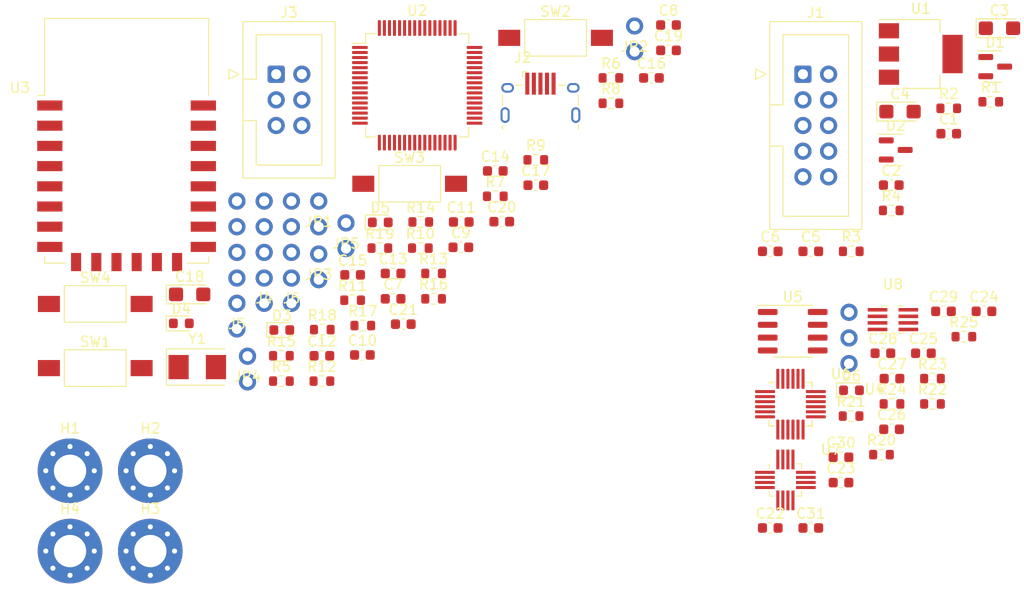
<source format=kicad_pcb>
(kicad_pcb (version 20211014) (generator pcbnew)
  (layers (0 "F.Cu" signal) (31 "B.Cu" signal) (34 "B.Paste" user) (35 "F.Paste" user) (36 "B.SilkS" user "B.Silkscreen") (37 "F.SilkS" user "F.Silkscreen") (38 "B.Mask" user) (39 "F.Mask" user) (44 "Edge.Cuts" user))
  (net 0 "")
  (net 1 "/power/V_FILTER")
  (net 2 "GND")
  (net 3 "+5V")
  (net 4 "+3.3V")
  (net 5 "/power/I_FILTER")
  (net 6 "/ucontroller/RESET")
  (net 7 "/ucontroller/BOOT0")
  (net 8 "/ucontroller/VCAP1")
  (net 9 "/ucontroller/PH0")
  (net 10 "/ucontroller/PH1")
  (net 11 "+3V3")
  (net 12 "/sensors/MAG_SETP")
  (net 13 "/sensors/MAG_SETC")
  (net 14 "/sensors/MAG_C1")
  (net 15 "/sensors/IMU_REGOUT")
  (net 16 "/sensors/IMU_CPOUT")
  (net 17 "/power/V_SENSE")
  (net 18 "/power/I_SENSE")
  (net 19 "Net-(D3-Pad2)")
  (net 20 "Net-(D4-Pad2)")
  (net 21 "Net-(D5-Pad2)")
  (net 22 "Net-(D6-Pad1)")
  (net 23 "/power/PWM_THROTTLE")
  (net 24 "/power/PWM_SERVO1")
  (net 25 "/power/PWM_SERVO2")
  (net 26 "/power/PWM_SERVO3")
  (net 27 "/power/PWM_SERVO4")
  (net 28 "/power/BATT_I_SENSE")
  (net 30 "/power/BATT_V_SENSE")
  (net 31 "/ucontroller/USB_D-")
  (net 32 "/ucontroller/USB_D+")
  (net 35 "/ucontroller/VLX_XSHUT")
  (net 36 "/ucontroller/VLX_INT")
  (net 37 "/ucontroller/VLX_I2C3_SDA")
  (net 38 "/ucontroller/VLX_I2C3_SCL")
  (net 39 "/ucontroller/SWCLK")
  (net 40 "/ucontroller/SWDIO")
  (net 41 "/ucontroller/PA0")
  (net 42 "/ucontroller/UART2_TX")
  (net 43 "/ucontroller/UART2_RX")
  (net 44 "/ucontroller/PA1")
  (net 45 "/ucontroller/SPI3_MISO")
  (net 46 "/ucontroller/SPI3_MOSI")
  (net 47 "/ucontroller/SPI3_SCK")
  (net 48 "/ucontroller/ESP_GPIO1_TXD0")
  (net 49 "/ucontroller/ESP_UART1_RX")
  (net 50 "/ucontroller/ESP_GPIO3_RXD0")
  (net 51 "/ucontroller/ESP_UART1_TX")
  (net 52 "/ucontroller/ESP_GPIO0")
  (net 53 "/ucontroller/ESP_GPIO2")
  (net 54 "/ucontroller/ESP_GPIO12")
  (net 55 "Net-(R6-Pad1)")
  (net 56 "/ucontroller/ESP_RST")
  (net 57 "/ucontroller/ESP_EN")
  (net 58 "/sensors/I2C_SCL")
  (net 59 "/sensors/I2C_SDA")
  (net 60 "/ucontroller/ESP_GPIO15_CS_TXD2")
  (net 61 "/ucontroller/LED_R")
  (net 62 "/ucontroller/LED_G")
  (net 63 "/ucontroller/LED_B")
  (net 64 "Net-(R20-Pad1)")
  (net 65 "/sensors/HALL")
  (net 66 "/sensors/HALL_REF")
  (net 67 "/sensors/HALL_OUT")
  (net 80 "/sensors/IMU_INT")
  (net 84 "/sensors/MAG_INT")
  (footprint "Capacitor_SMD:C_0603_1608Metric" (layer "F.Cu") (at 172.83 127.94)
    (fp_text reference "C22" (at 0 -1.43) (layer "F.SilkS"))
    (fp_text value "100n")
    (pad "1" smd roundrect (at -0.775 0) (size 0.9 0.95) (layers "F.Cu" "F.Paste" "F.Mask") (net 11 "+3V3"))
    (pad "2" smd roundrect (at 0.775 0) (size 0.9 0.95) (layers "F.Cu" "F.Paste" "F.Mask") (net 2 "GND"))
  )
  (footprint "Resistor_SMD:R_0603_1608Metric" (layer "F.Cu") (at 131.47 105.39)
    (fp_text reference "R11" (at 0 -1.43) (layer "F.SilkS"))
    (fp_text value "4k7")
    (pad "1" smd roundrect (at -0.825 0) (size 0.8 0.95) (layers "F.Cu" "F.Paste" "F.Mask") (net 4 "+3.3V"))
    (pad "2" smd roundrect (at 0.825 0) (size 0.8 0.95) (layers "F.Cu" "F.Paste" "F.Mask") (net 53 "/ucontroller/ESP_GPIO2"))
  )
  (footprint "goose:tht_pin_01x05" (layer "F.Cu") (at 122.715 105.695)
    (fp_text reference "J4" (at 0 -0.5 unlocked) (layer "F.SilkS"))
    (fp_text value "Conn_01x05")
    (pad "1" thru_hole circle (at 0 -10.12) (size 1.7 1.7) (drill 1) (layers *.Cu *.Mask) (net 6 "/ucontroller/RESET"))
    (pad "2" thru_hole circle (at 0 -7.58) (size 1.7 1.7) (drill 1) (layers *.Cu *.Mask) (net 39 "/ucontroller/SWCLK"))
    (pad "3" thru_hole circle (at 0 -5.04) (size 1.7 1.7) (drill 1) (layers *.Cu *.Mask) (net 40 "/ucontroller/SWDIO"))
    (pad "4" thru_hole circle (at 0 -2.5) (size 1.7 1.7) (drill 1) (layers *.Cu *.Mask) (net 2 "GND"))
    (pad "5" thru_hole circle (at 0 0) (size 1.7 1.7) (drill 1) (layers *.Cu *.Mask) (net 4 "+3.3V"))
  )
  (footprint "Resistor_SMD:R_0603_1608Metric" (layer "F.Cu") (at 128.47 108.3)
    (fp_text reference "R18" (at 0 -1.43) (layer "F.SilkS"))
    (fp_text value "1k")
    (pad "1" smd roundrect (at -0.825 0) (size 0.8 0.95) (layers "F.Cu" "F.Paste" "F.Mask") (net 20 "Net-(D4-Pad2)"))
    (pad "2" smd roundrect (at 0.825 0) (size 0.8 0.95) (layers "F.Cu" "F.Paste" "F.Mask") (net 62 "/ucontroller/LED_G"))
  )
  (footprint "Resistor_SMD:R_0603_1608Metric" (layer "F.Cu") (at 157.05 85.89)
    (fp_text reference "R8" (at 0 -1.43) (layer "F.SilkS"))
    (fp_text value "4k7")
    (pad "1" smd roundrect (at -0.825 0) (size 0.8 0.95) (layers "F.Cu" "F.Paste" "F.Mask") (net 4 "+3.3V"))
    (pad "2" smd roundrect (at 0.825 0) (size 0.8 0.95) (layers "F.Cu" "F.Paste" "F.Mask") (net 38 "/ucontroller/VLX_I2C3_SCL"))
  )
  (footprint "Capacitor_SMD:C_0603_1608Metric" (layer "F.Cu") (at 172.83 100.55)
    (fp_text reference "C6" (at 0 -1.43) (layer "F.SilkS"))
    (fp_text value "100n")
    (pad "1" smd roundrect (at -0.775 0) (size 0.9 0.95) (layers "F.Cu" "F.Paste" "F.Mask") (net 5 "/power/I_FILTER"))
    (pad "2" smd roundrect (at 0.775 0) (size 0.9 0.95) (layers "F.Cu" "F.Paste" "F.Mask") (net 2 "GND"))
  )
  (footprint "Capacitor_SMD:C_0603_1608Metric" (layer "F.Cu") (at 183.98 110.64)
    (fp_text reference "C28" (at 0 -1.43) (layer "F.SilkS"))
    (fp_text value "220n")
    (pad "1" smd roundrect (at -0.775 0) (size 0.9 0.95) (layers "F.Cu" "F.Paste" "F.Mask") (net 12 "/sensors/MAG_SETP"))
    (pad "2" smd roundrect (at 0.775 0) (size 0.9 0.95) (layers "F.Cu" "F.Paste" "F.Mask") (net 13 "/sensors/MAG_SETC"))
  )
  (footprint "Resistor_SMD:R_0603_1608Metric" (layer "F.Cu") (at 149.61 91.49)
    (fp_text reference "R9" (at 0 -1.43) (layer "F.SilkS"))
    (fp_text value "4k7")
    (pad "1" smd roundrect (at -0.825 0) (size 0.8 0.95) (layers "F.Cu" "F.Paste" "F.Mask") (net 4 "+3.3V"))
    (pad "2" smd roundrect (at 0.825 0) (size 0.8 0.95) (layers "F.Cu" "F.Paste" "F.Mask") (net 56 "/ucontroller/ESP_RST"))
  )
  (footprint "Package_TO_SOT_SMD:SOT-23" (layer "F.Cu") (at 185.25 90.51)
    (fp_text reference "D2" (at 0 -2.4) (layer "F.SilkS"))
    (fp_text value "BAT54S")
    (pad "1" smd roundrect (at -0.9375 -0.95) (size 1.475 0.6) (layers "F.Cu" "F.Paste" "F.Mask") (net 2 "GND"))
    (pad "2" smd roundrect (at -0.9375 0.95) (size 1.475 0.6) (layers "F.Cu" "F.Paste" "F.Mask") (net 4 "+3.3V"))
    (pad "3" smd roundrect (at 0.9375 0) (size 1.475 0.6) (layers "F.Cu" "F.Paste" "F.Mask") (net 18 "/power/I_SENSE"))
  )
  (footprint "Capacitor_SMD:C_0603_1608Metric" (layer "F.Cu") (at 136.49 107.76)
    (fp_text reference "C21" (at 0 -1.43) (layer "F.SilkS"))
    (fp_text value "22p")
    (pad "1" smd roundrect (at -0.775 0) (size 0.9 0.95) (layers "F.Cu" "F.Paste" "F.Mask") (net 10 "/ucontroller/PH1"))
    (pad "2" smd roundrect (at 0.775 0) (size 0.9 0.95) (layers "F.Cu" "F.Paste" "F.Mask") (net 2 "GND"))
  )
  (footprint "Package_QFP:LQFP-64_10x10mm_P0.5mm" (layer "F.Cu") (at 137.87 84.11)
    (fp_text reference "U2" (at 0 -7.4) (layer "F.SilkS"))
    (fp_text value "STM32F411RETx")
    (pad "1" smd roundrect (at -5.675 -3.75) (size 1.55 0.3) (layers "F.Cu" "F.Paste" "F.Mask") (net 4 "+3.3V"))
    (pad "2" smd roundrect (at -5.675 -3.25) (size 1.55 0.3) (layers "F.Cu" "F.Paste" "F.Mask") (net 35 "/ucontroller/VLX_XSHUT"))
    (pad "3" smd roundrect (at -5.675 -2.75) (size 1.55 0.3) (layers "F.Cu" "F.Paste" "F.Mask") (net 36 "/ucontroller/VLX_INT"))
    (pad "4" smd roundrect (at -5.675 -2.25) (size 1.55 0.3) (layers "F.Cu" "F.Paste" "F.Mask"))
    (pad "5" smd roundrect (at -5.675 -1.75) (size 1.55 0.3) (layers "F.Cu" "F.Paste" "F.Mask") (net 9 "/ucontroller/PH0"))
    (pad "6" smd roundrect (at -5.675 -1.25) (size 1.55 0.3) (layers "F.Cu" "F.Paste" "F.Mask") (net 10 "/ucontroller/PH1"))
    (pad "7" smd roundrect (at -5.675 -0.75) (size 1.55 0.3) (layers "F.Cu" "F.Paste" "F.Mask") (net 6 "/ucontroller/RESET"))
    (pad "8" smd roundrect (at -5.675 -0.25) (size 1.55 0.3) (layers "F.Cu" "F.Paste" "F.Mask"))
    (pad "9" smd roundrect (at -5.675 0.25) (size 1.55 0.3) (layers "F.Cu" "F.Paste" "F.Mask"))
    (pad "10" smd roundrect (at -5.675 0.75) (size 1.55 0.3) (layers "F.Cu" "F.Paste" "F.Mask"))
    (pad "11" smd roundrect (at -5.675 1.25) (size 1.55 0.3) (layers "F.Cu" "F.Paste" "F.Mask"))
    (pad "12" smd roundrect (at -5.675 1.75) (size 1.55 0.3) (layers "F.Cu" "F.Paste" "F.Mask") (net 2 "GND"))
    (pad "13" smd roundrect (at -5.675 2.25) (size 1.55 0.3) (layers "F.Cu" "F.Paste" "F.Mask") (net 4 "+3.3V"))
    (pad "14" smd roundrect (at -5.675 2.75) (size 1.55 0.3) (layers "F.Cu" "F.Paste" "F.Mask") (net 41 "/ucontroller/PA0"))
    (pad "15" smd roundrect (at -5.675 3.25) (size 1.55 0.3) (layers "F.Cu" "F.Paste" "F.Mask") (net 44 "/ucontroller/PA1"))
    (pad "16" smd roundrect (at -5.675 3.75) (size 1.55 0.3) (layers "F.Cu" "F.Paste" "F.Mask") (net 42 "/ucontroller/UART2_TX"))
    (pad "17" smd roundrect (at -3.75 5.675) (size 0.3 1.55) (layers "F.Cu" "F.Paste" "F.Mask") (net 43 "/ucontroller/UART2_RX"))
    (pad "18" smd roundrect (at -3.25 5.675) (size 0.3 1.55) (layers "F.Cu" "F.Paste" "F.Mask") (net 2 "GND"))
    (pad "19" smd roundrect (at -2.75 5.675) (size 0.3 1.55) (layers "F.Cu" "F.Paste" "F.Mask") (net 4 "+3.3V"))
    (pad "20" smd roundrect (at -2.25 5.675) (size 0.3 1.55) (layers "F.Cu" "F.Paste" "F.Mask"))
    (pad "21" smd roundrect (at -1.75 5.675) (size 0.3 1.55) (layers "F.Cu" "F.Paste" "F.Mask") (net 65 "/sensors/HALL"))
    (pad "22" smd roundrect (at -1.25 5.675) (size 0.3 1.55) (layers "F.Cu" "F.Paste" "F.Mask"))
    (pad "23" smd roundrect (at -0.75 5.675) (size 0.3 1.55) (layers "F.Cu" "F.Paste" "F.Mask"))
    (pad "24" smd roundrect (at -0.25 5.675) (size 0.3 1.55) (layers "F.Cu" "F.Paste" "F.Mask") (net 1 "/power/V_FILTER"))
    (pad "25" smd roundrect (at 0.25 5.675) (size 0.3 1.55) (layers "F.Cu" "F.Paste" "F.Mask") (net 5 "/power/I_FILTER"))
    (pad "26" smd roundrect (at 0.75 5.675) (size 0.3 1.55) (layers "F.Cu" "F.Paste" "F.Mask") (net 26 "/power/PWM_SERVO3"))
    (pad "27" smd roundrect (at 1.25 5.675) (size 0.3 1.55) (layers "F.Cu" "F.Paste" "F.Mask") (net 27 "/power/PWM_SERVO4"))
    (pad "28" smd roundrect (at 1.75 5.675) (size 0.3 1.55) (layers "F.Cu" "F.Paste" "F.Mask") (net 2 "GND"))
    (pad "29" smd roundrect (at 2.25 5.675) (size 0.3 1.55) (layers "F.Cu" "F.Paste" "F.Mask") (net 63 "/ucontroller/LED_B"))
    (pad "30" smd roundrect (at 2.75 5.675) (size 0.3 1.55) (layers "F.Cu" "F.Paste" "F.Mask") (net 8 "/ucontroller/VCAP1"))
    (pad "31" smd roundrect (at 3.25 5.675) (size 0.3 1.55) (layers "F.Cu" "F.Paste" "F.Mask") (net 2 "GND"))
    (pad "32" smd roundrect (at 3.75 5.675) (size 0.3 1.55) (layers "F.Cu" "F.Paste" "F.Mask") (net 4 "+3.3V"))
    (pad "33" smd roundrect (at 5.675 3.75) (size 1.55 0.3) (layers "F.Cu" "F.Paste" "F.Mask") (net 62 "/ucontroller/LED_G"))
    (pad "34" smd roundrect (at 5.675 3.25) (size 1.55 0.3) (layers "F.Cu" "F.Paste" "F.Mask") (net 61 "/ucontroller/LED_R"))
    (pad "35" smd roundrect (at 5.675 2.75) (size 1.55 0.3) (layers "F.Cu" "F.Paste" "F.Mask"))
    (pad "36" smd roundrect (at 5.675 2.25) (size 1.55 0.3) (layers "F.Cu" "F.Paste" "F.Mask"))
    (pad "37" smd roundrect (at 5.675 1.75) (size 1.55 0.3) (layers "F.Cu" "F.Paste" "F.Mask") (net 24 "/power/PWM_SERVO1"))
    (pad "38" smd roundrect (at 5.675 1.25) (size 1.55 0.3) (layers "F.Cu" "F.Paste" "F.Mask") (net 25 "/power/PWM_SERVO2"))
    (pad "39" smd roundrect (at 5.675 0.75) (size 1.55 0.3) (layers "F.Cu" "F.Paste" "F.Mask"))
    (pad "40" smd roundrect (at 5.675 0.25) (size 1.55 0.3) (layers "F.Cu" "F.Paste" "F.Mask") (net 37 "/ucontroller/VLX_I2C3_SDA"))
    (pad "41" smd roundrect (at 5.675 -0.25) (size 1.55 0.3) (layers "F.Cu" "F.Paste" "F.Mask") (net 38 "/ucontroller/VLX_I2C3_SCL"))
    (pad "42" smd roundrect (at 5.675 -0.75) (size 1.55 0.3) (layers "F.Cu" "F.Paste" "F.Mask") (net 23 "/power/PWM_THROTTLE"))
    (pad "43" smd roundrect (at 5.675 -1.25) (size 1.55 0.3) (layers "F.Cu" "F.Paste" "F.Mask"))
    (pad "44" smd roundrect (at 5.675 -1.75) (size 1.55 0.3) (layers "F.Cu" "F.Paste" "F.Mask") (net 31 "/ucontroller/USB_D-"))
    (pad "45" smd roundrect (at 5.675 -2.25) (size 1.55 0.3) (layers "F.Cu" "F.Paste" "F.Mask") (net 32 "/ucontroller/USB_D+"))
    (pad "46" smd roundrect (at 5.675 -2.75) (size 1.55 0.3) (layers "F.Cu" "F.Paste" "F.Mask") (net 40 "/ucontroller/SWDIO"))
    (pad "47" smd roundrect (at 5.675 -3.25) (size 1.55 0.3) (layers "F.Cu" "F.Paste" "F.Mask") (net 2 "GND"))
    (pad "48" smd roundrect (at 5.675 -3.75) (size 1.55 0.3) (layers "F.Cu" "F.Paste" "F.Mask") (net 4 "+3.3V"))
    (pad "49" smd roundrect (at 3.75 -5.675) (size 0.3 1.55) (layers "F.Cu" "F.Paste" "F.Mask") (net 39 "/ucontroller/SWCLK"))
    (pad "50" smd roundrect (at 3.25 -5.675) (size 0.3 1.55) (layers "F.Cu" "F.Paste" "F.Mask") (net 80 "/sensors/IMU_INT"))
    (pad "51" smd roundrect (at 2.75 -5.675) (size 0.3 1.55) (layers "F.Cu" "F.Paste" "F.Mask") (net 47 "/ucontroller/SPI3_SCK"))
    (pad "52" smd roundrect (at 2.25 -5.675) (size 0.3 1.55) (layers "F.Cu" "F.Paste" "F.Mask") (net 45 "/ucontroller/SPI3_MISO"))
    (pad "53" smd roundrect (at 1.75 -5.675) (size 0.3 1.55) (layers "F.Cu" "F.Paste" "F.Mask") (net 46 "/ucontroller/SPI3_MOSI"))
    (pad "54" smd roundrect (at 1.25 -5.675) (size 0.3 1.55) (layers "F.Cu" "F.Paste" "F.Mask"))
    (pad "55" smd roundrect (at 0.75 -5.675) (size 0.3 1.55) (layers "F.Cu" "F.Paste" "F.Mask"))
    (pad "56" smd roundrect (at 0.25 -5.675) (size 0.3 1.55) (layers "F.Cu" "F.Paste" "F.Mask"))
    (pad "57" smd roundrect (at -0.25 -5.675) (size 0.3 1.55) (layers "F.Cu" "F.Paste" "F.Mask") (net 84 "/sensors/MAG_INT"))
    (pad "58" smd roundrect (at -0.75 -5.675) (size 0.3 1.55) (layers "F.Cu" "F.Paste" "F.Mask") (net 51 "/ucontroller/ESP_UART1_TX"))
    (pad "59" smd roundrect (at -1.25 -5.675) (size 0.3 1.55) (layers "F.Cu" "F.Paste" "F.Mask") (net 49 "/ucontroller/ESP_UART1_RX"))
    (pad "60" smd roundrect (at -1.75 -5.675) (size 0.3 1.55) (layers "F.Cu" "F.Paste" "F.Mask") (net 7 "/ucontroller/BOOT0"))
    (pad "61" smd roundrect (at -2.25 -5.675) (size 0.3 1.55) (layers "F.Cu" "F.Paste" "F.Mask") (net 58 "/sensors/I2C_SCL"))
    (pad "62" smd roundrect (at -2.75 -5.675) (size 0.3 1.55) (layers "F.Cu" "F.Paste" "F.Mask") (net 59 "/sensors/I2C_SDA"))
    (pad "63" smd roundrect (at -3.25 -5.675) (size 0.3 1.55) (layers "F.Cu" "F.Paste" "F.Mask") (net 2 "GND"))
    (pad "64" smd roundrect (at -3.75 -5.675) (size 0.3 1.55) (layers "F.Cu" "F.Paste" "F.Mask") (net 4 "+3.3V"))
  )
  (footprint "Button_Switch_SMD:SW_SPST_FSMSM" (layer "F.Cu") (at 137.12 93.86)
    (fp_text reference "SW3" (at 0 -2.6) (layer "F.SilkS"))
    (fp_text value "SW_Push")
    (pad "1" smd rect (at -4.59 0) (size 2.18 1.6) (layers "F.Cu" "F.Paste" "F.Mask") (net 52 "/ucontroller/ESP_GPIO0"))
    (pad "2" smd rect (at 4.59 0) (size 2.18 1.6) (layers "F.Cu" "F.Paste" "F.Mask") (net 2 "GND"))
  )
  (footprint "Capacitor_SMD:C_0603_1608Metric" (layer "F.Cu") (at 184.81 93.99)
    (fp_text reference "C2" (at 0 -1.43) (layer "F.SilkS"))
    (fp_text value "100n")
    (pad "1" smd roundrect (at -0.775 0) (size 0.9 0.95) (layers "F.Cu" "F.Paste" "F.Mask") (net 3 "+5V"))
    (pad "2" smd roundrect (at 0.775 0) (size 0.9 0.95) (layers "F.Cu" "F.Paste" "F.Mask") (net 2 "GND"))
  )
  (footprint "Resistor_SMD:R_0603_1608Metric" (layer "F.Cu") (at 184.88 115.66)
    (fp_text reference "R24" (at 0 -1.43) (layer "F.SilkS"))
    (fp_text value "1k5")
    (pad "1" smd roundrect (at -0.825 0) (size 0.8 0.95) (layers "F.Cu" "F.Paste" "F.Mask") (net 67 "/sensors/HALL_OUT"))
    (pad "2" smd roundrect (at 0.825 0) (size 0.8 0.95) (layers "F.Cu" "F.Paste" "F.Mask") (net 64 "Net-(R20-Pad1)"))
  )
  (footprint "MountingHole:MountingHole_3.2mm_M3_Pad_Via" (layer "F.Cu") (at 111.44 122.28)
    (fp_text reference "H2" (at 0 -4.2) (layer "F.SilkS"))
    (fp_text value "MountingHole_Pad")
    (pad "1" thru_hole circle (at 0 0) (size 6.4 6.4) (drill 3.2) (layers *.Cu *.Mask) (net 2 "GND"))
    (pad "1" thru_hole circle (at 1.697056 1.697056) (size 0.8 0.8) (drill 0.5) (layers *.Cu *.Mask) (net 2 "GND"))
    (pad "1" thru_hole circle (at 1.697056 -1.697056) (size 0.8 0.8) (drill 0.5) (layers *.Cu *.Mask) (net 2 "GND"))
    (pad "1" thru_hole circle (at -2.4 0) (size 0.8 0.8) (drill 0.5) (layers *.Cu *.Mask) (net 2 "GND"))
    (pad "1" thru_hole circle (at 0 -2.4) (size 0.8 0.8) (drill 0.5) (layers *.Cu *.Mask) (net 2 "GND"))
    (pad "1" thru_hole circle (at -1.697056 1.697056) (size 0.8 0.8) (drill 0.5) (layers *.Cu *.Mask) (net 2 "GND"))
    (pad "1" thru_hole circle (at 2.4 0) (size 0.8 0.8) (drill 0.5) (layers *.Cu *.Mask) (net 2 "GND"))
    (pad "1" thru_hole circle (at -1.697056 -1.697056) (size 0.8 0.8) (drill 0.5) (layers *.Cu *.Mask) (net 2 "GND"))
    (pad "1" thru_hole circle (at 0 2.4) (size 0.8 0.8) (drill 0.5) (layers *.Cu *.Mask) (net 2 "GND"))
  )
  (footprint "Capacitor_SMD:C_0603_1608Metric" (layer "F.Cu") (at 190.5 88.9)
    (fp_text reference "C1" (at 0 -1.43) (layer "F.SilkS"))
    (fp_text value "100n")
    (pad "1" smd roundrect (at -0.775 0) (size 0.9 0.95) (layers "F.Cu" "F.Paste" "F.Mask") (net 1 "/power/V_FILTER"))
    (pad "2" smd roundrect (at 0.775 0) (size 0.9 0.95) (layers "F.Cu" "F.Paste" "F.Mask") (net 2 "GND"))
  )
  (footprint "goose:usb_micro_B_druk_II" (layer "F.Cu") (at 150.07 87.06)
    (fp_text reference "J2" (at -1.75 -5.7 unlocked) (layer "F.SilkS"))
    (fp_text value "USB_B_Micro")
    (pad "" np_thru_hole oval (at -2 -2) (size 0.8 0.8) (drill 0.8) (layers *.Cu *.Mask))
    (pad "" np_thru_hole oval (at 2 -2) (size 0.8 0.8) (drill 0.8) (layers *.Cu *.Mask))
    (pad "1" smd rect (at -1.3 -3.1125) (size 0.4 2.175) (layers "F.Cu" "F.Paste" "F.Mask") (net 3 "+5V"))
    (pad "2" smd rect (at -0.65 -3.1125) (size 0.4 2.175) (layers "F.Cu" "F.Paste" "F.Mask") (net 31 "/ucontroller/USB_D-"))
    (pad "3" smd rect (at 0 -3.1125) (size 0.4 2.175) (layers "F.Cu" "F.Paste" "F.Mask") (net 32 "/ucontroller/USB_D+"))
    (pad "4" smd rect (at 0.65 -3.1125) (size 0.4 2.175) (layers "F.Cu" "F.Paste" "F.Mask"))
    (pad "5" smd rect (at 1.3 -3.1125) (size 0.4 2.175) (layers "F.Cu" "F.Paste" "F.Mask") (net 2 "GND"))
    (pad "6" thru_hole oval (at -3.5 0) (size 0.89 1.55) (drill oval 0.5 1.15) (layers *.Cu *.Mask))
    (pad "6" thru_hole oval (at 3.5 0) (size 0.89 1.55) (drill oval 0.5 1.15) (layers *.Cu *.Mask))
    (pad "6" thru_hole oval (at -3.25 -2.7) (size 1.25 0.95) (drill oval 0.85 0.55) (layers *.Cu *.Mask))
    (pad "6" thru_hole oval (at 3.25 -2.7) (size 1.25 0.95) (drill oval 0.85 0.55) (layers *.Cu *.Mask))
  )
  (footprint "Package_TO_SOT_SMD:SOT-23" (layer "F.Cu") (at 195.1 82.26)
    (fp_text reference "D1" (at 0 -2.4) (layer "F.SilkS"))
    (fp_text value "BAT54S")
    (pad "1" smd roundrect (at -0.9375 -0.95) (size 1.475 0.6) (layers "F.Cu" "F.Paste" "F.Mask") (net 2 "GND"))
    (pad "2" smd roundrect (at -0.9375 0.95) (size 1.475 0.6) (layers "F.Cu" "F.Paste" "F.Mask") (net 4 "+3.3V"))
    (pad "3" smd roundrect (at 0.9375 0) (size 1.475 0.6) (layers "F.Cu" "F.Paste" "F.Mask") (net 17 "/power/V_SENSE"))
  )
  (footprint "Capacitor_Tantalum_SMD:CP_EIA-3216-18_Kemet-A" (layer "F.Cu") (at 185.675 86.71)
    (fp_text reference "C4" (at 0 -1.75) (layer "F.SilkS"))
    (fp_text value "4u7")
    (pad "1" smd roundrect (at -1.35 0) (size 1.4 1.35) (layers "F.Cu" "F.Paste" "F.Mask") (roundrect_rratio 0.185185) (net 4 "+3.3V"))
    (pad "2" smd roundrect (at 1.35 0) (size 1.4 1.35) (layers "F.Cu" "F.Paste" "F.Mask") (roundrect_rratio 0.185185) (net 2 "GND"))
  )
  (footprint "Capacitor_SMD:C_0603_1608Metric" (layer "F.Cu") (at 184.88 113.15)
    (fp_text reference "C27" (at 0 -1.43) (layer "F.SilkS"))
    (fp_text value "100n")
    (pad "1" smd roundrect (at -0.775 0) (size 0.9 0.95) (layers "F.Cu" "F.Paste" "F.Mask") (net 4 "+3.3V"))
    (pad "2" smd roundrect (at 0.775 0) (size 0.9 0.95) (layers "F.Cu" "F.Paste" "F.Mask") (net 2 "GND"))
  )
  (footprint "Resistor_SMD:R_0603_1608Metric" (layer "F.Cu") (at 184.81 96.5)
    (fp_text reference "R4" (at 0 -1.43) (layer "F.SilkS"))
    (fp_text value "16k")
    (pad "1" smd roundrect (at -0.825 0) (size 0.8 0.95) (layers "F.Cu" "F.Paste" "F.Mask") (net 18 "/power/I_SENSE"))
    (pad "2" smd roundrect (at 0.825 0) (size 0.8 0.95) (layers "F.Cu" "F.Paste" "F.Mask") (net 5 "/power/I_FILTER"))
  )
  (footprint "Resistor_SMD:R_0603_1608Metric" (layer "F.Cu") (at 132.48 107.9)
    (fp_text reference "R17" (at 0 -1.43) (layer "F.SilkS"))
    (fp_text value "1k")
    (pad "1" smd roundrect (at -0.825 0) (size 0.8 0.95) (layers "F.Cu" "F.Paste" "F.Mask") (net 19 "Net-(D3-Pad2)"))
    (pad "2" smd roundrect (at 0.825 0) (size 0.8 0.95) (layers "F.Cu" "F.Paste" "F.Mask") (net 61 "/ucontroller/LED_R"))
  )
  (footprint "goose:tht_pin_01x02" (layer "F.Cu") (at 159.395 80.775)
    (fp_text reference "JP2" (at 0 -0.5 unlocked) (layer "F.SilkS"))
    (fp_text value " ")
    (pad "1" thru_hole circle (at 0 -2.54) (size 1.7 1.7) (drill 1) (layers *.Cu *.Mask) (net 50 "/ucontroller/ESP_GPIO3_RXD0"))
    (pad "2" thru_hole circle (at 0 0) (size 1.7 1.7) (drill 1) (layers *.Cu *.Mask) (net 51 "/ucontroller/ESP_UART1_TX"))
  )
  (footprint "Resistor_SMD:R_0603_1608Metric" (layer "F.Cu") (at 139.49 105.25)
    (fp_text reference "R16" (at 0 -1.43) (layer "F.SilkS"))
    (fp_text value "4k7")
    (pad "1" smd roundrect (at -0.825 0) (size 0.8 0.95) (layers "F.Cu" "F.Paste" "F.Mask") (net 60 "/ucontroller/ESP_GPIO15_CS_TXD2"))
    (pad "2" smd roundrect (at 0.825 0) (size 0.8 0.95) (layers "F.Cu" "F.Paste" "F.Mask") (net 2 "GND"))
  )
  (footprint "Connector_IDC:IDC-Header_2x05_P2.54mm_Vertical" (layer "F.Cu") (at 176.065 83.01)
    (fp_text reference "J1" (at 1.27 -6.1) (layer "F.SilkS"))
    (fp_text value "Conn_02x05_Odd_Even")
    (pad "1" thru_hole roundrect (at 0 0) (size 1.7 1.7) (drill 1) (layers *.Cu *.Mask) (roundrect_rratio 0.147059) (net 23 "/power/PWM_THROTTLE"))
    (pad "2" thru_hole circle (at 2.54 0) (size 1.7 1.7) (drill 1) (layers *.Cu *.Mask) (net 3 "+5V"))
    (pad "3" thru_hole circle (at 0 2.54) (size 1.7 1.7) (drill 1) (layers *.Cu *.Mask) (net 24 "/power/PWM_SERVO1"))
    (pad "4" thru_hole circle (at 2.54 2.54) (size 1.7 1.7) (drill 1) (layers *.Cu *.Mask) (net 25 "/power/PWM_SERVO2"))
    (pad "5" thru_hole circle (at 0 5.08) (size 1.7 1.7) (drill 1) (layers *.Cu *.Mask) (net 26 "/power/PWM_SERVO3"))
    (pad "6" thru_hole circle (at 2.54 5.08) (size 1.7 1.7) (drill 1) (layers *.Cu *.Mask) (net 27 "/power/PWM_SERVO4"))
    (pad "7" thru_hole circle (at 0 7.62) (size 1.7 1.7) (drill 1) (layers *.Cu *.Mask) (net 2 "GND"))
    (pad "8" thru_hole circle (at 2.54 7.62) (size 1.7 1.7) (drill 1) (layers *.Cu *.Mask) (net 28 "/power/BATT_I_SENSE"))
    (pad "9" thru_hole circle (at 0 10.16) (size 1.7 1.7) (drill 1) (layers *.Cu *.Mask))
    (pad "10" thru_hole circle (at 2.54 10.16) (size 1.7 1.7) (drill 1) (layers *.Cu *.Mask) (net 30 "/power/BATT_V_SENSE"))
  )
  (footprint "Capacitor_SMD:C_0603_1608Metric" (layer "F.Cu") (at 149.61 94)
    (fp_text reference "C17" (at 0 -1.43) (layer "F.SilkS"))
    (fp_text value "4u7")
    (pad "1" smd roundrect (at -0.775 0) (size 0.9 0.95) (layers "F.Cu" "F.Paste" "F.Mask") (net 8 "/ucontroller/VCAP1"))
    (pad "2" smd roundrect (at 0.775 0) (size 0.9 0.95) (layers "F.Cu" "F.Paste" "F.Mask") (net 2 "GND"))
  )
  (footprint "Resistor_SMD:R_0603_1608Metric" (layer "F.Cu") (at 138.22 97.64)
    (fp_text reference "R14" (at 0 -1.43) (layer "F.SilkS"))
    (fp_text value "4k7")
    (pad "1" smd roundrect (at -0.825 0) (size 0.8 0.95) (layers "F.Cu" "F.Paste" "F.Mask") (net 4 "+3.3V"))
    (pad "2" smd roundrect (at 0.825 0) (size 0.8 0.95) (layers "F.Cu" "F.Paste" "F.Mask") (net 58 "/sensors/I2C_SCL"))
  )
  (footprint "Connector_IDC:IDC-Header_2x03_P2.54mm_Vertical" (layer "F.Cu") (at 123.905 83.01)
    (fp_text reference "J3" (at 1.27 -6.1) (layer "F.SilkS"))
    (fp_text value "Conn_02x03_Odd_Even")
    (pad "1" thru_hole roundrect (at 0 0) (size 1.7 1.7) (drill 1) (layers *.Cu *.Mask) (roundrect_rratio 0.147059) (net 35 "/ucontroller/VLX_XSHUT"))
    (pad "2" thru_hole circle (at 2.54 0) (size 1.7 1.7) (drill 1) (layers *.Cu *.Mask) (net 36 "/ucontroller/VLX_INT"))
    (pad "3" thru_hole circle (at 0 2.54) (size 1.7 1.7) (drill 1) (layers *.Cu *.Mask) (net 37 "/ucontroller/VLX_I2C3_SDA"))
    (pad "4" thru_hole circle (at 2.54 2.54) (size 1.7 1.7) (drill 1) (layers *.Cu *.Mask) (net 38 "/ucontroller/VLX_I2C3_SCL"))
    (pad "5" thru_hole circle (at 0 5.08) (size 1.7 1.7) (drill 1) (layers *.Cu *.Mask) (net 2 "GND"))
    (pad "6" thru_hole circle (at 2.54 5.08) (size 1.7 1.7) (drill 1) (layers *.Cu *.Mask) (net 4 "+3.3V"))
  )
  (footprint "Crystal:Crystal_SMD_5032-2Pin_5.0x3.2mm" (layer "F.Cu") (at 116.09 112.01)
    (fp_text reference "Y1" (at 0 -2.8) (layer "F.SilkS"))
    (fp_text value "8MHz")
    (pad "1" smd rect (at -1.85 0) (size 2 2.4) (layers "F.Cu" "F.Paste" "F.Mask") (net 9 "/ucontroller/PH0"))
    (pad "2" smd rect (at 1.85 0) (size 2 2.4) (layers "F.Cu" "F.Paste" "F.Mask") (net 10 "/ucontroller/PH1"))
  )
  (footprint "Capacitor_SMD:C_0603_1608Metric" (layer "F.Cu") (at 131.47 102.88)
    (fp_text reference "C15" (at 0 -1.43) (layer "F.SilkS"))
    (fp_text value "1u")
    (pad "1" smd roundrect (at -0.775 0) (size 0.9 0.95) (layers "F.Cu" "F.Paste" "F.Mask") (net 4 "+3.3V"))
    (pad "2" smd roundrect (at 0.775 0) (size 0.9 0.95) (layers "F.Cu" "F.Paste" "F.Mask") (net 2 "GND"))
  )
  (footprint "Resistor_SMD:R_0603_1608Metric" (layer "F.Cu") (at 180.83 116.86)
    (fp_text reference "R21" (at 0 -1.43) (layer "F.SilkS"))
    (fp_text value "100k")
    (pad "1" smd roundrect (at -0.825 0) (size 0.8 0.95) (layers "F.Cu" "F.Paste" "F.Mask") (net 65 "/sensors/HALL"))
    (pad "2" smd roundrect (at 0.825 0) (size 0.8 0.95) (layers "F.Cu" "F.Paste" "F.Mask") (net 11 "+3V3"))
  )
  (footprint "Resistor_SMD:R_0603_1608Metric" (layer "F.Cu") (at 138.18 100.23)
    (fp_text reference "R10" (at 0 -1.43) (layer "F.SilkS"))
    (fp_text value "4k7")
    (pad "1" smd roundrect (at -0.825 0) (size 0.8 0.95) (layers "F.Cu" "F.Paste" "F.Mask") (net 4 "+3.3V"))
    (pad "2" smd roundrect (at 0.825 0) (size 0.8 0.95) (layers "F.Cu" "F.Paste" "F.Mask") (net 57 "/ucontroller/ESP_EN"))
  )
  (footprint "Resistor_SMD:R_0603_1608Metric" (layer "F.Cu") (at 188.89 115.66)
    (fp_text reference "R22" (at 0 -1.43) (layer "F.SilkS"))
    (fp_text value "1k")
    (pad "1" smd roundrect (at -0.825 0) (size 0.8 0.95) (layers "F.Cu" "F.Paste" "F.Mask") (net 65 "/sensors/HALL"))
    (pad "2" smd roundrect (at 0.825 0) (size 0.8 0.95) (layers "F.Cu" "F.Paste" "F.Mask") (net 22 "Net-(D6-Pad1)"))
  )
  (footprint "Button_Switch_SMD:SW_SPST_FSMSM" (layer "F.Cu") (at 105.99 105.76)
    (fp_text reference "SW4" (at 0 -2.6) (layer "F.SilkS"))
    (fp_text value "SW_Push")
    (pad "1" smd rect (at -4.59 0) (size 2.18 1.6) (layers "F.Cu" "F.Paste" "F.Mask") (net 2 "GND"))
    (pad "2" smd rect (at 4.59 0) (size 2.18 1.6) (layers "F.Cu" "F.Paste" "F.Mask") (net 56 "/ucontroller/ESP_RST"))
  )
  (footprint "goose:tht_pin_01x02" (layer "F.Cu") (at 130.815 100.275)
    (fp_text reference "JP5" (at 0 -0.5 unlocked) (layer "F.SilkS"))
    (fp_text value " ")
    (pad "1" thru_hole circle (at 0 -2.54) (size 1.7 1.7) (drill 1) (layers *.Cu *.Mask) (net 54 "/ucontroller/ESP_GPIO12"))
    (pad "2" thru_hole circle (at 0 0) (size 1.7 1.7) (drill 1) (layers *.Cu *.Mask) (net 6 "/ucontroller/RESET"))
  )
  (footprint "Resistor_SMD:R_0603_1608Metric" (layer "F.Cu") (at 145.6 95.1)
    (fp_text reference "R7" (at 0 -1.43) (layer "F.SilkS"))
    (fp_text value "470k")
    (pad "1" smd roundrect (at -0.825 0) (size 0.8 0.95) (layers "F.Cu" "F.Paste" "F.Mask") (net 2 "GND"))
    (pad "2" smd roundrect (at 0.825 0) (size 0.8 0.95) (layers "F.Cu" "F.Paste" "F.Mask") (net 7 "/ucontroller/BOOT0"))
  )
  (footprint "Capacitor_SMD:C_0603_1608Metric" (layer "F.Cu") (at 132.44 110.81)
    (fp_text reference "C10" (at 0 -1.43) (layer "F.SilkS"))
    (fp_text value "100n")
    (pad "1" smd roundrect (at -0.775 0) (size 0.9 0.95) (layers "F.Cu" "F.Paste" "F.Mask") (net 4 "+3.3V"))
    (pad "2" smd roundrect (at 0.775 0) (size 0.9 0.95) (layers "F.Cu" "F.Paste" "F.Mask") (net 2 "GND"))
  )
  (footprint "Capacitor_SMD:C_0603_1608Metric" (layer "F.Cu") (at 146.24 97.61)
    (fp_text reference "C20" (at 0 -1.43) (layer "F.SilkS"))
    (fp_text value "22p")
    (pad "1" smd roundrect (at -0.775 0) (size 0.9 0.95) (layers "F.Cu" "F.Paste" "F.Mask") (net 9 "/ucontroller/PH0"))
    (pad "2" smd roundrect (at 0.775 0) (size 0.9 0.95) (layers "F.Cu" "F.Paste" "F.Mask") (net 2 "GND"))
  )
  (footprint "Capacitor_SMD:C_0603_1608Metric" (layer "F.Cu") (at 193.99 106.49)
    (fp_text reference "C24" (at 0 -1.43) (layer "F.SilkS"))
    (fp_text value "100n")
    (pad "1" smd roundrect (at -0.775 0) (size 0.9 0.95) (layers "F.Cu" "F.Paste" "F.Mask") (net 4 "+3.3V"))
    (pad "2" smd roundrect (at 0.775 0) (size 0.9 0.95) (layers "F.Cu" "F.Paste" "F.Mask") (net 2 "GND"))
  )
  (footprint "Capacitor_SMD:C_0603_1608Metric" (layer "F.Cu") (at 189.98 106.49)
    (fp_text reference "C29" (at 0 -1.43) (layer "F.SilkS"))
    (fp_text value "4u7")
    (pad "1" smd roundrect (at -0.775 0) (size 0.9 0.95) (layers "F.Cu" "F.Paste" "F.Mask") (net 14 "/sensors/MAG_C1"))
    (pad "2" smd roundrect (at 0.775 0) (size 0.9 0.95) (layers "F.Cu" "F.Paste" "F.Mask") (net 2 "GND"))
  )
  (footprint "goose:qmc5883l_hand_solder" (layer "F.Cu") (at 174.325 123.185)
    (fp_text reference "U7" (at 4.5 -3 unlocked) (layer "F.SilkS"))
    (fp_text value "HMC5883L")
    (pad "1" smd rect (at -2.025 -0.75 90) (size 0.3 1.95) (layers "F.Cu" "F.Paste" "F.Mask") (net 58 "/sensors/I2C_SCL"))
    (pad "2" smd rect (at -2.025 -0.25 90) (size 0.3 1.95) (layers "F.Cu" "F.Paste" "F.Mask") (net 4 "+3.3V"))
    (pad "3" smd rect (at -2.025 0.25 90) (size 0.3 1.95) (layers "F.Cu" "F.Paste" "F.Mask"))
    (pad "4" smd rect (at -2.025 0.75 90) (size 0.3 1.95) (layers "F.Cu" "F.Paste" "F.Mask") (net 4 "+3.3V"))
    (pad "5" smd rect (at -0.75 2.025) (size 0.3 1.95) (layers "F.Cu" "F.Paste" "F.Mask"))
    (pad "6" smd rect (at -0.25 2.025) (size 0.3 1.95) (layers "F.Cu" "F.Paste" "F.Mask"))
    (pad "7" smd rect (at 0.25 2.025) (size 0.3 1.95) (layers "F.Cu" "F.Paste" "F.Mask"))
    (pad "8" smd rect (at 0.75 2.025) (size 0.3 1.95) (layers "F.Cu" "F.Paste" "F.Mask") (net 12 "/sensors/MAG_SETP"))
    (pad "9" smd rect (at 2.025 0.75 90) (size 0.3 1.95) (layers "F.Cu" "F.Paste" "F.Mask") (net 2 "GND"))
    (pad "10" smd rect (at 2.025 0.25 90) (size 0.3 1.95) (layers "F.Cu" "F.Paste" "F.Mask") (net 14 "/sensors/MAG_C1"))
    (pad "11" smd rect (at 2.025 -0.25 90) (size 0.3 1.95) (layers "F.Cu" "F.Paste" "F.Mask") (net 2 "GND"))
    (pad "12" smd rect (at 2.025 -0.75 90) (size 0.3 1.95) (layers "F.Cu" "F.Paste" "F.Mask") (net 13 "/sensors/MAG_SETC"))
    (pad "13" smd rect (at 0.75 -2.025) (size 0.3 1.95) (layers "F.Cu" "F.Paste" "F.Mask") (net 4 "+3.3V"))
    (pad "14" smd rect (at 0.25 -2.025) (size 0.3 1.95) (layers "F.Cu" "F.Paste" "F.Mask"))
    (pad "15" smd rect (at -0.25 -2.025) (size 0.3 1.95) (layers "F.Cu" "F.Paste" "F.Mask") (net 84 "/sensors/MAG_INT"))
    (pad "16" smd rect (at -0.75 -2.025) (size 0.3 1.95) (layers "F.Cu" "F.Paste" "F.Mask") (net 59 "/sensors/I2C_SDA"))
  )
  (footprint "Package_SO:SOIC-8_3.9x4.9mm_P1.27mm" (layer "F.Cu") (at 175.05 108.46)
    (fp_text reference "U5" (at 0 -3.4) (layer "F.SilkS"))
    (fp_text value "LM393")
    (pad "1" smd roundrect (at -2.475 -1.905) (size 1.95 0.6) (layers "F.Cu" "F.Paste" "F.Mask") (net 65 "/sensors/HALL"))
    (pad "2" smd roundrect (at -2.475 -0.635) (size 1.95 0.6) (layers "F.Cu" "F.Paste" "F.Mask") (net 66 "/sensors/HALL_REF"))
    (pad "3" smd roundrect (at -2.475 0.635) (size 1.95 0.6) (layers "F.Cu" "F.Paste" "F.Mask") (net 64 "Net-(R20-Pad1)"))
    (pad "4" smd roundrect (at -2.475 1.905) (size 1.95 0.6) (layers "F.Cu" "F.Paste" "F.Mask") (net 2 "GND"))
    (pad "5" smd roundrect (at 2.475 1.905) (size 1.95 0.6) (layers "F.Cu" "F.Paste" "F.Mask"))
    (pad "6" smd roundrect (at 2.475 0.635) (size 1.95 0.6) (layers "F.Cu" "F.Paste" "F.Mask"))
    (pad "7" smd roundrect (at 2.475 -0.635) (size 1.95 0.6) (layers "F.Cu" "F.Paste" "F.Mask"))
    (pad "8" smd roundrect (at 2.475 -1.905) (size 1.95 0.6) (layers "F.Cu" "F.Paste" "F.Mask") (net 11 "+3V3"))
  )
  (footprint "goose:tht_pin_01x05" (layer "F.Cu") (at 125.415 105.695)
    (fp_text reference "J6" (at 0 -0.5 unlocked) (layer "F.SilkS"))
    (fp_text value "Conn_01x05")
    (pad "1" thru_hole circle (at 0 -10.12) (size 1.7 1.7) (drill 1) (layers *.Cu *.Mask) (net 45 "/ucontroller/SPI3_MISO"))
    (pad "2" thru_hole circle (at 0 -7.58) (size 1.7 1.7) (drill 1) (layers *.Cu *.Mask) (net 46 "/ucontroller/SPI3_MOSI"))
    (pad "3" thru_hole circle (at 0 -5.04) (size 1.7 1.7) (drill 1) (layers *.Cu *.Mask) (net 47 "/ucontroller/SPI3_SCK"))
    (pad "4" thru_hole circle (at 0 -2.5) (size 1.7 1.7) (drill 1) (layers *.Cu *.Mask) (net 4 "+3.3V"))
    (pad "5" thru_hole circle (at 0 0) (size 1.7 1.7) (drill 1) (layers *.Cu *.Mask) (net 2 "GND"))
  )
  (footprint "Capacitor_SMD:C_0603_1608Metric" (layer "F.Cu") (at 145.6 92.59)
    (fp_text reference "C14" (at 0 -1.43) (layer "F.SilkS"))
    (fp_text value "100n")
    (pad "1" smd roundrect (at -0.775 0) (size 0.9 0.95) (layers "F.Cu" "F.Paste" "F.Mask") (net 4 "+3.3V"))
    (pad "2" smd roundrect (at 0.775 0) (size 0.9 0.95) (layers "F.Cu" "F.Paste" "F.Mask") (net 2 "GND"))
  )
  (footprint "MountingHole:MountingHole_3.2mm_M3_Pad_Via" (layer "F.Cu") (at 111.44 130.23)
    (fp_text reference "H3" (at 0 -4.2) (layer "F.SilkS"))
    (fp_text value "MountingHole_Pad")
    (pad "1" thru_hole circle (at 2.4 0) (size 0.8 0.8) (drill 0.5) (layers *.Cu *.Mask) (net 2 "GND"))
    (pad "1" thru_hole circle (at 0 0) (size 6.4 6.4) (drill 3.2) (layers *.Cu *.Mask) (net 2 "GND"))
    (pad "1" thru_hole circle (at 1.697056 -1.697056) (size 0.8 0.8) (drill 0.5) (layers *.Cu *.Mask) (net 2 "GND"))
    (pad "1" thru_hole circle (at 1.697056 1.697056) (size 0.8 0.8) (drill 0.5) (layers *.Cu *.Mask) (net 2 "GND"))
    (pad "1" thru_hole circle (at 0 2.4) (size 0.8 0.8) (drill 0.5) (layers *.Cu *.Mask) (net 2 "GND"))
    (pad "1" thru_hole circle (at 0 -2.4) (size 0.8 0.8) (drill 0.5) (layers *.Cu *.Mask) (net 2 "GND"))
    (pad "1" thru_hole circle (at -2.4 0) (size 0.8 0.8) (drill 0.5) (layers *.Cu *.Mask) (net 2 "GND"))
    (pad "1" thru_hole circle (at -1.697056 1.697056) (size 0.8 0.8) (drill 0.5) (layers *.Cu *.Mask) (net 2 "GND"))
    (pad "1" thru_hole circle (at -1.697056 -1.697056) (size 0.8 0.8) (drill 0.5) (layers *.Cu *.Mask) (net 2 "GND"))
  )
  (footprint "goose:tht_pin_01x06" (layer "F.Cu") (at 120.015 108.235)
    (fp_text reference "J5" (at 0 -0.5 unlocked) (layer "F.SilkS"))
    (fp_text value "Conn_01x06")
    (pad "1" thru_hole circle (at 0 -12.66) (size 1.7 1.7) (drill 1) (layers *.Cu *.Mask) (net 41 "/ucontroller/PA0"))
    (pad "2" thru_hole circle (at 0 -10.12) (size 1.7 1.7) (drill 1) (layers *.Cu *.Mask) (net 2 "GND"))
    (pad "3" thru_hole circle (at 0 -7.58) (size 1.7 1.7) (drill 1) (layers *.Cu *.Mask) (net 42 "/ucontroller/UART2_TX"))
    (pad "4" thru_hole circle (at 0 -5.04) (size 1.7 1.7) (drill 1) (layers *.Cu *.Mask) (net 43 "/ucontroller/UART2_RX"))
    (pad "5" thru_hole circle (at 0 -2.54) (size 1.7 1.7) (drill 1) (layers *.Cu *.Mask) (net 4 "+3.3V"))
    (pad "6" thru_hole circle (at 0 0) (size 1.7 1.7) (drill 1) (layers *.Cu *.Mask) (net 44 "/ucontroller/PA1"))
  )
  (footprint "goose:bmp280_hand_solder" (layer "F.Cu") (at 184.975 107.31)
    (fp_text reference "U8" (at 0 -3.5 unlocked) (layer "F.SilkS"))
    (fp_text value "BMP280")
    (pad "1" smd rect (at 1.525 -0.975) (size 1.95 0.35) (layers "F.Cu" "F.Paste" "F.Mask") (net 2 "GND"))
    (pad "2" smd rect (at 1.525 -0.325) (size 1.95 0.35) (layers "F.Cu" "F.Paste" "F.Mask") (net 4 "+3.3V"))
    (pad "3" smd rect (at 1.525 0.325) (size 1.95 0.35) (layers "F.Cu" "F.Paste" "F.Mask") (net 59 "/sensors/I2C_SDA"))
    (pad "4" smd rect (at 1.525 0.975) (size 1.95 0.35) (layers "F.Cu" "F.Paste" "F.Mask") (net 58 "/sensors/I2C_SCL"))
    (pad "5" smd rect (at -1.525 0.975) (size 1.95 0.35) (layers "F.Cu" "F.Paste" "F.Mask") (net 4 "+3.3V"))
    (pad "6" smd rect (at -1.525 0.325) (size 1.95 0.35) (layers "F.Cu" "F.Paste" "F.Mask") (net 4 "+3.3V"))
    (pad "7" smd rect (at -1.525 -0.325) (size 1.95 0.35) (layers "F.Cu" "F.Paste" "F.Mask") (net 2 "GND"))
    (pad "8" smd rect (at -1.525 -0.975) (size 1.95 0.35) (layers "F.Cu" "F.Paste" "F.Mask") (net 4 "+3.3V"))
  )
  (footprint "Resistor_SMD:R_0603_1608Metric" (layer "F.Cu") (at 128.43 113.4)
    (fp_text reference "R12" (at 0 -1.43) (layer "F.SilkS"))
    (fp_text value "4k7")
    (pad "1" smd roundrect (at -0.825 0) (size 0.8 0.95) (layers "F.Cu" "F.Paste" "F.Mask") (net 4 "+3.3V"))
    (pad "2" smd roundrect (at 0.825 0) (size 0.8 0.95) (layers "F.Cu" "F.Paste" "F.Mask") (net 52 "/ucontroller/ESP_GPIO0"))
  )
  (footprint "Capacitor_SMD:C_0603_1608Metric" (layer "F.Cu") (at 142.19 100.15)
    (fp_text reference "C9" (at 0 -1.43) (layer "F.SilkS"))
    (fp_text value "100n")
    (pad "1" smd roundrect (at -0.775 0) (size 0.9 0.95) (layers "F.Cu" "F.Paste" "F.Mask") (net 4 "+3.3V"))
    (pad "2" smd roundrect (at 0.775 0) (size 0.9 0.95) (layers "F.Cu" "F.Paste" "F.Mask") (net 2 "GND"))
  )
  (footprint "goose:tht_pin_01x02" (layer "F.Cu") (at 121.065 113.475)
    (fp_text reference "JP4" (at 0 -0.5 unlocked) (layer "F.SilkS"))
    (fp_text value " ")
    (pad "1" thru_hole circle (at 0 -2.54) (size 1.7 1.7) (drill 1) (layers *.Cu *.Mask) (net 53 "/ucontroller/ESP_GPIO2"))
    (pad "2" thru_hole circle (at 0 0) (size 1.7 1.7) (drill 1) (layers *.Cu *.Mask) (net 39 "/ucontroller/SWCLK"))
  )
  (footprint "Resistor_SMD:R_0603_1608Metric" (layer "F.Cu") (at 124.42 113.4)
    (fp_text reference "R5" (at 0 -1.43) (layer "F.SilkS"))
    (fp_text value "4k7")
    (pad "1" smd roundrect (at -0.825 0) (size 0.8 0.95) (layers "F.Cu" "F.Paste" "F.Mask") (net 4 "+3.3V"))
    (pad "2" smd roundrect (at 0.825 0) (size 0.8 0.95) (layers "F.Cu" "F.Paste" "F.Mask") (net 6 "/ucontroller/RESET"))
  )
  (footprint "Capacitor_SMD:C_0603_1608Metric" (layer "F.Cu") (at 187.99 110.64)
    (fp_text reference "C25" (at 0 -1.43) (layer "F.SilkS"))
    (fp_text value "100n")
    (pad "1" smd roundrect (at -0.775 0) (size 0.9 0.95) (layers "F.Cu" "F.Paste" "F.Mask") (net 4 "+3.3V"))
    (pad "2" smd roundrect (at 0.775 0) (size 0.9 0.95) (layers "F.Cu" "F.Paste" "F.Mask") (net 2 "GND"))
  )
  (footprint "Capacitor_Tantalum_SMD:CP_EIA-3216-18_Kemet-A" (layer "F.Cu") (at 195.525 78.46)
    (fp_text reference "C3" (at 0 -1.75) (layer "F.SilkS"))
    (fp_text value "4u7")
    (pad "1" smd roundrect (at -1.35 0) (size 1.4 1.35) (layers "F.Cu" "F.Paste" "F.Mask") (roundrect_rratio 0.185185) (net 3 "+5V"))
    (pad "2" smd roundrect (at 1.35 0) (size 1.4 1.35) (layers "F.Cu" "F.Paste" "F.Mask") (roundrect_rratio 0.185185) (net 2 "GND"))
  )
  (footprint "Capacitor_SMD:C_0603_1608Metric" (layer "F.Cu") (at 184.84 118.17)
    (fp_text reference "C26" (at 0 -1.43) (layer "F.SilkS"))
    (fp_text value "100n")
    (pad "1" smd roundrect (at -0.775 0) (size 0.9 0.95) (layers "F.Cu" "F.Paste" "F.Mask") (net 4 "+3.3V"))
    (pad "2" smd roundrect (at 0.775 0) (size 0.9 0.95) (layers "F.Cu" "F.Paste" "F.Mask") (net 2 "GND"))
  )
  (footprint "MountingHole:MountingHole_3.2mm_M3_Pad_Via" (layer "F.Cu") (at 103.49 130.23)
    (fp_text reference "H4" (at 0 -4.2) (layer "F.SilkS"))
    (fp_text value "MountingHole_Pad")
    (pad "1" thru_hole circle (at 0 2.4) (size 0.8 0.8) (drill 0.5) (layers *.Cu *.Mask) (net 2 "GND"))
    (pad "1" thru_hole circle (at 0 -2.4) (size 0.8 0.8) (drill 0.5) (layers *.Cu *.Mask) (net 2 "GND"))
    (pad "1" thru_hole circle (at 1.697056 -1.697056) (size 0.8 0.8) (drill 0.5) (layers *.Cu *.Mask) (net 2 "GND"))
    (pad "1" thru_hole circle (at -1.697056 -1.697056) (size 0.8 0.8) (drill 0.5) (layers *.Cu *.Mask) (net 2 "GND"))
    (pad "1" thru_hole circle (at -2.4 0) (size 0.8 0.8) (drill 0.5) (layers *.Cu *.Mask) (net 2 "GND"))
    (pad "1" thru_hole circle (at 1.697056 1.697056) (size 0.8 0.8) (drill 0.5) (layers *.Cu *.Mask) (net 2 "GND"))
    (pad "1" thru_hole circle (at 0 0) (size 6.4 6.4) (drill 3.2) (layers *.Cu *.Mask) (net 2 "GND"))
    (pad "1" thru_hole circle (at 2.4 0) (size 0.8 0.8) (drill 0.5) (layers *.Cu *.Mask) (net 2 "GND"))
    (pad "1" thru_hole circle (at -1.697056 1.697056) (size 0.8 0.8) (drill 0.5) (layers *.Cu *.Mask) (net 2 "GND"))
  )
  (footprint "Capacitor_SMD:C_0603_1608Metric" (layer "F.Cu") (at 162.75 78.14)
    (fp_text reference "C8" (at 0 -1.43) (layer "F.SilkS"))
    (fp_text value "4u7")
    (pad "1" smd roundrect (at -0.775 0) (size 0.9 0.95) (layers "F.Cu" "F.Paste" "F.Mask") (net 4 "+3.3V"))
    (pad "2" smd roundrect (at 0.775 0) (size 0.9 0.95) (layers "F.Cu" "F.Paste" "F.Mask") (net 2 "GND"))
  )
  (footprint "Resistor_SMD:R_0603_1608Metric" (layer "F.Cu") (at 124.42 110.89)
    (fp_text reference "R15" (at 0 -1.43) (layer "F.SilkS"))
    (fp_text value "4k7")
    (pad "1" smd roundrect (at -0.825 0) (size 0.8 0.95) (layers "F.Cu" "F.Paste" "F.Mask") (net 4 "+3.3V"))
    (pad "2" smd roundrect (at 0.825 0) (size 0.8 0.95) (layers "F.Cu" "F.Paste" "F.Mask") (net 59 "/sensors/I2C_SDA"))
  )
  (footprint "Resistor_SMD:R_0603_1608Metric" (layer "F.Cu") (at 194.66 85.74)
    (fp_text reference "R1" (at 0 -1.43) (layer "F.SilkS"))
    (fp_text value "1k")
    (pad "1" smd roundrect (at -0.825 0) (size 0.8 0.95) (layers "F.Cu" "F.Paste" "F.Mask") (net 30 "/power/BATT_V_SENSE"))
    (pad "2" smd roundrect (at 0.825 0) (size 0.8 0.95) (layers "F.Cu" "F.Paste" "F.Mask") (net 17 "/power/V_SENSE"))
  )
  (footprint "Capacitor_SMD:C_0603_1608Metric" (layer "F.Cu") (at 176.84 100.55)
    (fp_text reference "C5" (at 0 -1.43) (layer "F.SilkS"))
    (fp_text value "100n")
    (pad "1" smd roundrect (at -0.775 0) (size 0.9 0.95) (layers "F.Cu" "F.Paste" "F.Mask") (net 4 "+3.3V"))
    (pad "2" smd roundrect (at 0.775 0) (size 0.9 0.95) (layers "F.Cu" "F.Paste" "F.Mask") (net 2 "GND"))
  )
  (footprint "Button_Switch_SMD:SW_SPST_FSMSM" (layer "F.Cu") (at 151.57 79.41)
    (fp_text reference "SW2" (at 0 -2.6) (layer "F.SilkS"))
    (fp_text value "SW_Push")
    (pad "1" smd rect (at -4.59 0) (size 2.18 1.6) (layers "F.Cu" "F.Paste" "F.Mask") (net 55 "Net-(R6-Pad1)"))
    (pad "2" smd rect (at 4.59 0) (size 2.18 1.6) (layers "F.Cu" "F.Paste" "F.Mask") (net 7 "/ucontroller/BOOT0"))
  )
  (footprint "Capacitor_SMD:C_0603_1608Metric" (layer "F.Cu") (at 135.48 105.25)
    (fp_text reference "C7" (at 0 -1.43) (layer "F.SilkS"))
    (fp_text value "100n")
    (pad "1" smd roundrect (at -0.775 0) (size 0.9 0.95) (layers "F.Cu" "F.Paste" "F.Mask") (net 3 "+5V"))
    (pad "2" smd roundrect (at 0.775 0) (size 0.9 0.95) (layers "F.Cu" "F.Paste" "F.Mask") (net 2 "GND"))
  )
  (footprint "Capacitor_SMD:C_0603_1608Metric" (layer "F.Cu") (at 179.83 123.45)
    (fp_text reference "C23" (at 0 -1.43) (layer "F.SilkS"))
    (fp_text value "100n")
    (pad "1" smd roundrect (at -0.775 0) (size 0.9 0.95) (layers "F.Cu" "F.Paste" "F.Mask") (net 4 "+3.3V"))
    (pad "2" smd roundrect (at 0.775 0) (size 0.9 0.95) (layers "F.Cu" "F.Paste" "F.Mask") (net 2 "GND"))
  )
  (footprint "RF_Module:ESP-12E" (layer "F.Cu") (at 109.09 89.61)
    (fp_text reference "U3" (at -10.56 -5.26) (layer "F.SilkS"))
    (fp_text value "ESP-12E")
    (pad "1" smd rect (at -7.6 -3.5) (size 2.5 1) (layers "F.Cu" "F.Paste" "F.Mask") (net 56 "/ucontroller/ESP_RST"))
    (pad "2" smd rect (at -7.6 -1.5) (size 2.5 1) (layers "F.Cu" "F.Paste" "F.Mask"))
    (pad "3" smd rect (at -7.6 0.5) (size 2.5 1) (layers "F.Cu" "F.Paste" "F.Mask") (net 57 "/ucontroller/ESP_EN"))
    (pad "4" smd rect (at -7.6 2.5) (size 2.5 1) (layers "F.Cu" "F.Paste" "F.Mask"))
    (pad "5" smd rect (at -7.6 4.5) (size 2.5 1) (layers "F.Cu" "F.Paste" "F.Mask"))
    (pad "6" smd rect (at -7.6 6.5) (size 2.5 1) (layers "F.Cu" "F.Paste" "F.Mask") (net 54 "/ucontroller/ESP_GPIO12"))
    (pad "7" smd rect (at -7.6 8.5) (size 2.5 1) (layers "F.Cu" "F.Paste" "F.Mask"))
    (pad "8" smd rect (at -7.6 10.5) (size 2.5 1) (layers "F.Cu" "F.Paste" "F.Mask") (net 4 "+3.3V"))
    (pad "9" smd rect (at -5 12) (size 1 1.8) (layers "F.Cu" "F.Paste" "F.Mask"))
    (pad "10" smd rect (at -3 12) (size 1 1.8) (layers "F.Cu" "F.Paste" "F.Mask"))
    (pad "11" smd rect (at -1 12) (size 1 1.8) (layers "F.Cu" "F.Paste" "F.Mask"))
    (pad "12" smd rect (at 1 12) (size 1 1.8) (layers "F.Cu" "F.Paste" "F.Mask"))
    (pad "13" smd rect (at 3 12) (size 1 1.8) (layers "F.Cu" "F.Paste" "F.Mask"))
    (pad "14" smd rect (at 5 12) (size 1 1.8) (layers "F.Cu" "F.Paste" "F.Mask"))
    (pad "15" smd rect (at 7.6 10.5) (size 2.5 1) (layers "F.Cu" "F.Paste" "F.Mask") (net 2 "GND"))
    (pad "16" smd rect (at 7.6 8.5) (size 2.5 1) (layers "F.Cu" "F.Paste" "F.Mask") (net 60 "/ucontroller/ESP_GPIO15_CS_TXD2"))
    (pad "17" smd rect (at 7.6 6.5) (size 2.5 1) (layers "F.Cu" "F.Paste" "F.Mask") (net 53 "/ucontroller/ESP_GPIO2"))
    (pad "18" smd rect (at 7.6 4.5) (size 2.5 1) (layers "F.Cu" "F.Paste" "F.Mask") (net 52 "/ucontroller/ESP_GPIO0"))
    (pad "19" smd rect (at 7.6 2.5) (size 2.5 1) (layers "F.Cu" "F.Paste" "F.Mask"))
    (pad "20" smd rect (at 7.6 0.5) (size 2.5 1) (layers "F.Cu" "F.Paste" "F.Mask"))
    (pad "21" smd rect (at 7.6 -1.5) (size 2.5 1) (layers "F.Cu" "F.Paste" "F.Mask") (net 50 "/ucontroller/ESP_GPIO3_RXD0"))
    (pad "22" smd rect (at 7.6 -3.5) (size 2.5 1) (layers "F.Cu" "F.Paste" "F.Mask") (net 48 "/ucontroller/ESP_GPIO1_TXD0"))
  )
  (footprint "MountingHole:MountingHole_3.2mm_M3_Pad_Via" (layer "F.Cu") (at 103.49 122.28)
    (fp_text reference "H1" (at 0 -4.2) (layer "F.SilkS"))
    (fp_text value "MountingHole_Pad")
    (pad "1" thru_hole circle (at 0 0) (size 6.4 6.4) (drill 3.2) (layers *.Cu *.Mask) (net 2 "GND"))
    (pad "1" thru_hole circle (at 0 2.4) (size 0.8 0.8) (drill 0.5) (layers *.Cu *.Mask) (net 2 "GND"))
    (pad "1" thru_hole circle (at 0 -2.4) (size 0.8 0.8) (drill 0.5) (layers *.Cu *.Mask) (net 2 "GND"))
    (pad "1" thru_hole circle (at -2.4 0) (size 0.8 0.8) (drill 0.5) (layers *.Cu *.Mask) (net 2 "GND"))
    (pad "1" thru_hole circle (at 1.697056 1.697056) (size 0.8 0.8) (drill 0.5) (layers *.Cu *.Mask) (net 2 "GND"))
    (pad "1" thru_hole circle (at 1.697056 -1.697056) (size 0.8 0.8) (drill 0.5) (layers *.Cu *.Mask) (net 2 "GND"))
    (pad "1" thru_hole circle (at 2.4 0) (size 0.8 0.8) (drill 0.5) (layers *.Cu *.Mask) (net 2 "GND"))
    (pad "1" thru_hole circle (at -1.697056 1.697056) (size 0.8 0.8) (drill 0.5) (layers *.Cu *.Mask) (net 2 "GND"))
    (pad "1" thru_hole circle (at -1.697056 -1.697056) (size 0.8 0.8) (drill 0.5) (layers *.Cu *.Mask) (net 2 "GND"))
  )
  (footprint "Capacitor_SMD:C_0603_1608Metric" (layer "F.Cu") (at 162.75 80.65)
    (fp_text reference "C19" (at 0 -1.43) (layer "F.SilkS"))
    (fp_text value "100n")
    (pad "1" smd roundrect (at -0.775 0) (size 0.9 0.95) (layers "F.Cu" "F.Paste" "F.Mask") (net 4 "+3.3V"))
    (pad "2" smd roundrect (at 0.775 0) (size 0.9 0.95) (layers "F.Cu" "F.Paste" "F.Mask") (net 2 "GND"))
  )
  (footprint "Resistor_SMD:R_0603_1608Metric" (layer "F.Cu") (at 188.89 113.15)
    (fp_text reference "R23" (at 0 -1.43) (layer "F.SilkS"))
    (fp_text value "100k")
    (pad "1" smd roundrect (at -0.825 0) (size 0.8 0.95) (layers "F.Cu" "F.Paste" "F.Mask") (net 11 "+3V3"))
    (pad "2" smd roundrect (at 0.825 0) (size 0.8 0.95) (layers "F.Cu" "F.Paste" "F.Mask") (net 66 "/sensors/HALL_REF"))
  )
  (footprint "Button_Switch_SMD:SW_SPST_FSMSM" (layer "F.Cu") (at 105.99 112.11)
    (fp_text reference "SW1" (at 0 -2.6) (layer "F.SilkS"))
    (fp_text value "SW_Push")
    (pad "1" smd rect (at -4.59 0) (size 2.18 1.6) (layers "F.Cu" "F.Paste" "F.Mask") (net 2 "GND"))
    (pad "2" smd rect (at 4.59 0) (size 2.18 1.6) (layers "F.Cu" "F.Paste" "F.Mask") (net 6 "/ucontroller/RESET"))
  )
  (footprint "Resistor_SMD:R_0603_1608Metric" (layer "F.Cu") (at 180.85 100.55)
    (fp_text reference "R3" (at 0 -1.43) (layer "F.SilkS"))
    (fp_text value "1k")
    (pad "1" smd roundrect (at -0.825 0) (size 0.8 0.95) (layers "F.Cu" "F.Paste" "F.Mask") (net 28 "/power/BATT_I_SENSE"))
    (pad "2" smd roundrect (at 0.825 0) (size 0.8 0.95) (layers "F.Cu" "F.Paste" "F.Mask") (net 18 "/power/I_SENSE"))
  )
  (footprint "Capacitor_SMD:C_0603_1608Metric" (layer "F.Cu") (at 128.43 110.89)
    (fp_text reference "C12" (at 0 -1.43) (layer "F.SilkS"))
    (fp_text value "100n")
    (pad "1" smd roundrect (at -0.775 0) (size 0.9 0.95) (layers "F.Cu" "F.Paste" "F.Mask") (net 4 "+3.3V"))
    (pad "2" smd roundrect (at 0.775 0) (size 0.9 0.95) (layers "F.Cu" "F.Paste" "F.Mask") (net 2 "GND"))
  )
  (footprint "Resistor_SMD:R_0603_1608Metric" (layer "F.Cu") (at 157.05 83.38)
    (fp_text reference "R6" (at 0 -1.43) (layer "F.SilkS"))
    (fp_text value "4k7")
    (pad "1" smd roundrect (at -0.825 0) (size 0.8 0.95) (layers "F.Cu" "F.Paste" "F.Mask") (net 55 "Net-(R6-Pad1)"))
    (pad "2" smd roundrect (at 0.825 0) (size 0.8 0.95) (layers "F.Cu" "F.Paste" "F.Mask") (net 4 "+3.3V"))
  )
  (footprint "LED_SMD:LED_0603_1608Metric" (layer "F.Cu") (at 124.46 108.34)
    (fp_text reference "D3" (at 0 -1.43) (layer "F.SilkS"))
    (fp_text value "LED")
    (pad "1" smd roundrect (at -0.7875 0) (size 0.875 0.95) (layers "F.Cu" "F.Paste" "F.Mask") (net 2 "GND"))
    (pad "2" smd roundrect (at 0.7875 0) (size 0.875 0.95) (layers "F.Cu" "F.Paste" "F.Mask") (net 19 "Net-(D3-Pad2)"))
  )
  (footprint "Capacitor_SMD:C_0603_1608Metric" (layer "F.Cu") (at 179.83 120.94)
    (fp_text reference "C30" (at 0 -1.43) (layer "F.SilkS"))
    (fp_text value "100n")
    (pad "1" smd roundrect (at -0.775 0) (size 0.9 0.95) (layers "F.Cu" "F.Paste" "F.Mask") (net 15 "/sensors/IMU_REGOUT"))
    (pad "2" smd roundrect (at 0.775 0) (size 0.9 0.95) (layers "F.Cu" "F.Paste" "F.Mask") (net 2 "GND"))
  )
  (footprint "Resistor_SMD:R_0603_1608Metric" (layer "F.Cu") (at 134.17 100.23)
    (fp_text reference "R19" (at 0 -1.43) (layer "F.SilkS"))
    (fp_text value "1k")
    (pad "1" smd roundrect (at -0.825 0) (size 0.8 0.95) (layers "F.Cu" "F.Paste" "F.Mask") (net 21 "Net-(D5-Pad2)"))
    (pad "2" smd roundrect (at 0.825 0) (size 0.8 0.95) (layers "F.Cu" "F.Paste" "F.Mask") (net 63 "/ucontroller/LED_B"))
  )
  (footprint "Resistor_SMD:R_0603_1608Metric" (layer "F.Cu") (at 190.5 86.39)
    (fp_text reference "R2" (at 0 -1.43) (layer "F.SilkS"))
    (fp_text value "16k")
    (pad "1" smd roundrect (at -0.825 0) (size 0.8 0.95) (layers "F.Cu" "F.Paste" "F.Mask") (net 17 "/power/V_SENSE"))
    (pad "2" smd roundrect (at 0.825 0) (size 0.8 0.95) (layers "F.Cu" "F.Paste" "F.Mask") (net 1 "/power/V_FILTER"))
  )
  (footprint "Capacitor_SMD:C_0603_1608Metric" (layer "F.Cu") (at 176.84 127.94)
    (fp_text reference "C31" (at 0 -1.43) (layer "F.SilkS"))
    (fp_text value "2n2")
    (pad "1" smd roundrect (at -0.775 0) (size 0.9 0.95) (layers "F.Cu" "F.Paste" "F.Mask") (net 16 "/sensors/IMU_CPOUT"))
    (pad "2" smd roundrect (at 0.775 0) (size 0.9 0.95) (layers "F.Cu" "F.Paste" "F.Mask") (net 2 "GND"))
  )
  (footprint "LED_SMD:LED_0603_1608Metric" (layer "F.Cu") (at 134.21 97.68)
    (fp_text reference "D5" (at 0 -1.43) (layer "F.SilkS"))
    (fp_text value "LED")
    (pad "1" smd roundrect (at -0.7875 0) (size 0.875 0.95) (layers "F.Cu" "F.Paste" "F.Mask") (net 2 "GND"))
    (pad "2" smd roundrect (at 0.7875 0) (size 0.875 0.95) (layers "F.Cu" "F.Paste" "F.Mask") (net 21 "Net-(D5-Pad2)"))
  )
  (footprint "Resistor_SMD:R_0603_1608Metric" (layer "F.Cu") (at 192 109)
    (fp_text reference "R25" (at 0 -1.43) (layer "F.SilkS"))
    (fp_text value "100k")
    (pad "1" smd roundrect (at -0.825 0) (size 0.8 0.95) (layers "F.Cu" "F.Paste" "F.Mask") (net 66 "/sensors/HALL_REF"))
    (pad "2" smd roundrect (at 0.825 0) (size 0.8 0.95) (layers "F.Cu" "F.Paste" "F.Mask") (net 2 "GND"))
  )
  (footprint "LED_SMD:LED_0603_1608Metric" (layer "F.Cu") (at 180.87 114.31)
    (fp_text reference "D6" (at 0 -1.43) (layer "F.SilkS"))
    (fp_text value "LED")
    (pad "1" smd roundrect (at -0.7875 0) (size 0.875 0.95) (layers "F.Cu" "F.Paste" "F.Mask") (net 22 "Net-(D6-Pad1)"))
    (pad "2" smd roundrect (at 0.7875 0) (size 0.875 0.95) (layers "F.Cu" "F.Paste" "F.Mask") (net 11 "+3V3"))
  )
  (footprint "goose:tht_pin_01x02" (layer "F.Cu") (at 128.115 103.355)
    (fp_text reference "JP3" (at 0 -0.5 unlocked) (layer "F.SilkS"))
    (fp_text value " ")
    (pad "1" thru_hole circle (at 0 -2.54) (size 1.7 1.7) (drill 1) (layers *.Cu *.Mask) (net 52 "/ucontroller/ESP_GPIO0"))
    (pad "2" thru_hole circle (at 0 0) (size 1.7 1.7) (drill 1) (layers *.Cu *.Mask) (net 40 "/ucontroller/SWDIO"))
  )
  (footprint "LED_SMD:LED_0603_1608Metric" (layer "F.Cu") (at 114.51 107.68)
    (fp_text reference "D4" (at 0 -1.43) (layer "F.SilkS"))
    (fp_text value "LED")
    (pad "1" smd roundrect (at -0.7875 0) (size 0.875 0.95) (layers "F.Cu" "F.Paste" "F.Mask") (net 2 "GND"))
    (pad "2" smd roundrect (at 0.7875 0) (size 0.875 0.95) (layers "F.Cu" "F.Paste" "F.Mask") (net 20 "Net-(D4-Pad2)"))
  )
  (footprint "Resistor_SMD:R_0603_1608Metric" (layer "F.Cu") (at 183.84 120.68)
    (fp_text reference "R20" (at 0 -1.43) (layer "F.SilkS"))
    (fp_text value "100k")
    (pad "1" smd roundrect (at -0.825 0) (size 0.8 0.95) (layers "F.Cu" "F.Paste" "F.Mask") (net 64 "Net-(R20-Pad1)"))
    (pad "2" smd roundrect (at 0.825 0) (size 0.8 0.95) (layers "F.Cu" "F.Paste" "F.Mask") (net 65 "/sensors/HALL"))
  )
  (footprint "Capacitor_SMD:C_0603_1608Metric" (layer "F.Cu") (at 161.06 83.38)
    (fp_text reference "C16" (at 0 -1.43) (layer "F.SilkS"))
    (fp_text value "100n")
    (pad "1" smd roundrect (at -0.775 0) (size 0.9 0.95) (layers "F.Cu" "F.Paste" "F.Mask") (net 7 "/ucontroller/BOOT0"))
    (pad "2" smd roundrect (at 0.775 0) (size 0.9 0.95) (layers "F.Cu" "F.Paste" "F.Mask") (net 2 "GND"))
  )
  (footprint "Package_TO_SOT_SMD:SOT-223-3_TabPin2" (layer "F.Cu") (at 187.73 81.01)
    (fp_text reference "U1" (at 0 -4.5) (layer "F.SilkS"))
    (fp_text value "LM1117-3.3")
    (pad "1" smd rect (at -3.15 -2.3) (size 2 1.5) (layers "F.Cu" "F.Paste" "F.Mask") (net 2 "GND"))
    (pad "2" smd rect (at 3.15 0) (size 2 3.8) (layers "F.Cu" "F.Paste" "F.Mask") (net 4 "+3.3V"))
    (pad "2" smd rect (at -3.15 0) (size 2 1.5) (layers "F.Cu" "F.Paste" "F.Mask") (net 4 "+3.3V"))
    (pad "3" smd rect (at -3.15 2.3) (size 2 1.5) (layers "F.Cu" "F.Paste" "F.Mask") (net 3 "+5V"))
  )
  (footprint "Capacitor_Tantalum_SMD:CP_EIA-3216-18_Kemet-A" (layer "F.Cu") (at 115.335 104.81)
    (fp_text reference "C18" (at 0 -1.75) (layer "F.SilkS"))
    (fp_text value "4u7")
    (pad "1" smd roundrect (at -1.35 0) (size 1.4 1.35) (layers "F.Cu" "F.Paste" "F.Mask") (roundrect_rratio 0.185185) (net 4 "+3.3V"))
    (pad "2" smd roundrect (at 1.35 0) (size 1.4 1.35) (layers "F.Cu" "F.Paste" "F.Mask") (roundrect_rratio 0.185185) (net 2 "GND"))
  )
  (footprint "goose:tht_pin_01x03" (layer "F.Cu") (at 180.625 111.665)
    (fp_text reference "U4" (at 2.54 2.54 unlocked) (layer "F.SilkS"))
    (fp_text value "CS49E")
    (pad "1" thru_hole circle (at 0 -5.08) (size 1.7 1.7) (drill 1) (layers *.Cu *.Mask) (net 11 "+3V3"))
    (pad "2" thru_hole circle (at 0 -2.54) (size 1.7 1.7) (drill 1) (layers *.Cu *.Mask) (net 2 "GND"))
    (pad "3" thru_hole circle (at 0 0) (size 1.7 1.7) (drill 1) (layers *.Cu *.Mask) (net 67 "/sensors/HALL_OUT"))
  )
  (footprint "Capacitor_SMD:C_0603_1608Metric" (layer "F.Cu") (at 135.48 102.74)
    (fp_text reference "C13" (at 0 -1.43) (layer "F.SilkS"))
    (fp_text value "100n")
    (pad "1" smd roundrect (at -0.775 0) (size 0.9 0.95) (layers "F.Cu" "F.Paste" "F.Mask") (net 6 "/ucontroller/RESET"))
    (pad "2" smd roundrect (at 0.775 0) (size 0.9 0.95) (layers "F.Cu" "F.Paste" "F.Mask") (net 2 "GND"))
  )
  (footprint "Capacitor_SMD:C_0603_1608Metric" (layer "F.Cu") (at 142.23 97.64)
    (fp_text reference "C11" (at 0 -1.43) (layer "F.SilkS"))
    (fp_text value "100n")
    (pad "1" smd roundrect (at -0.775 0) (size 0.9 0.95) (layers "F.Cu" "F.Paste" "F.Mask") (net 4 "+3.3V"))
    (pad "2" smd roundrect (at 0.775 0) (size 0.9 0.95) (layers "F.Cu" "F.Paste" "F.Mask") (net 2 "GND"))
  )
  (footprint "goose:mpu6050_hand_solder" (layer "F.Cu") (at 174.825 115.685)
    (fp_text reference "U6" (at 5 -3 unlocked) (layer "F.SilkS"))
    (fp_text value "MPU-6050")
    (pad "1" smd roundrect (at -2.5125 -1.25) (size 1.975 0.3) (layers "F.Cu" "F.Paste" "F.Mask") (net 2 "GND"))
    (pad "2" smd roundrect (at -2.5125 -0.75) (size 1.975 0.3) (layers "F.Cu" "F.Paste" "F.Mask"))
    (pad "3" smd roundrect (at -2.5125 -0.25) (size 1.975 0.3) (layers "F.Cu" "F.Paste" "F.Mask"))
    (pad "4" smd roundrect (at -2.5125 0.25) (size 1.975 0.3) (layers "F.Cu" "F.Paste" "F.Mask"))
    (pad "5" smd roundrect (at -2.5125 0.75) (size 1.975 0.3) (layers "F.Cu" "F.Paste" "F.Mask"))
    (pad "6" smd roundrect (at -2.5125 1.25) (size 1.975 0.3) (layers "F.Cu" "F.Paste" "F.Mask"))
    (pad "7" smd roundrect (at -1.25 2.5125 90) (size 1.975 0.3) (layers "F.Cu" "F.Paste" "F.Mask"))
    (pad "8" smd roundrect (at -0.75 2.5125 90) (size 1.975 0.3) (layers "F.Cu" "F.Paste" "F.Mask") (net 4 "+3.3V"))
    (pad "9" smd roundrect (at -0.25 2.5125 90) (size 1.975 0.3) (layers "F.Cu" "F.Paste" "F.Mask") (net 2 "GND"))
    (pad "10" smd roundrect (at 0.25 2.5125 90) (size 1.975 0.3) (layers "F.Cu" "F.Paste" "F.Mask") (net 15 "/sensors/IMU_REGOUT"))
    (pad "11" smd roundrect (at 0.75 2.5125 90) (size 1.975 0.3) (layers "F.Cu" "F.Paste" "F.Mask") (net 2 "GND"))
    (pad "12" smd roundrect (at 1.25 2.5125 90) (size 1.975 0.3) (layers "F.Cu" "F.Paste" "F.Mask") (net 80 "/sensors/IMU_INT"))
    (pad "13" smd roundrect (at 2.5125 1.25) (size 1.975 0.3) (layers "F.Cu" "F.Paste" "F.Mask") (net 4 "+3.3V"))
    (pad "14" smd roundrect (at 2.5125 0.75) (size 1.975 0.3) (layers "F.Cu" "F.Paste" "F.Mask"))
    (pad "15" smd roundrect (at 2.5125 0.25) (size 1.975 0.3) (layers "F.Cu" "F.Paste" "F.Mask"))
    (pad "16" smd roundrect (at 2.5125 -0.25) (size 1.975 0.3) (layers "F.Cu" "F.Paste" "F.Mask"))
    (pad "17" smd roundrect (at 2.5125 -0.75) (size 1.975 0.3) (layers "F.Cu" "F.Paste" "F.Mask"))
    (pad "18" smd roundrect (at 2.5125 -1.25) (size 1.975 0.3) (layers "F.Cu" "F.Paste" "F.Mask") (net 2 "GND"))
    (pad "19" smd roundrect (at 1.25 -2.5125 90) (size 1.975 0.3) (layers "F.Cu" "F.Paste" "F.Mask"))
    (pad "20" smd roundrect (at 0.75 -2.5125 90) (size 1.975 0.3) (layers "F.Cu" "F.Paste" "F.Mask") (net 16 "/sensors/IMU_CPOUT"))
    (pad "21" smd roundrect (at 0.25 -2.5125 90) (size 1.975 0.3) (layers "F.Cu" "F.Paste" "F.Mask"))
    (pad "22" smd roundrect (at -0.25 -2.5125 90) (size 1.975 0.3) (layers "F.Cu" "F.Paste" "F.Mask"))
    (pad "23" smd roundrect (at -0.75 -2.5125 90) (size 1.975 0.3) (layers "F.Cu" "F.Paste" "F.Mask") (net 58 "/sensors/I2C_SCL"))
    (pad "24" smd roundrect (at -1.25 -2.5125 90) (size 1.975 0.3) (layers "F.Cu" "F.Paste" "F.Mask") (net 59 "/sensors/I2C_SDA"))
  )
  (footprint "Resistor_SMD:R_0603_1608Metric" (layer "F.Cu") (at 139.49 102.74)
    (fp_text reference "R13" (at 0 -1.43) (layer "F.SilkS"))
    (fp_text value "4k7")
    (pad "1" smd roundrect (at -0.825 0) (size 0.8 0.95) (layers "F.Cu" "F.Paste" "F.Mask") (net 4 "+3.3V"))
    (pad "2" smd roundrect (at 0.825 0) (size 0.8 0.95) (layers "F.Cu" "F.Paste" "F.Mask") (net 37 "/ucontroller/VLX_I2C3_SDA"))
  )
  (footprint "goose:tht_pin_01x02" (layer "F.Cu") (at 128.115 98.115)
    (fp_text reference "JP1" (at 0 -0.5 unlocked) (layer "F.SilkS"))
    (fp_text value " ")
    (pad "1" thru_hole circle (at 0 -2.54) (size 1.7 1.7) (drill 1) (layers *.Cu *.Mask) (net 48 "/ucontroller/ESP_GPIO1_TXD0"))
    (pad "2" thru_hole circle (at 0 0) (size 1.7 1.7) (drill 1) (layers *.Cu *.Mask) (net 49 "/ucontroller/ESP_UART1_RX"))
  )
)
</source>
